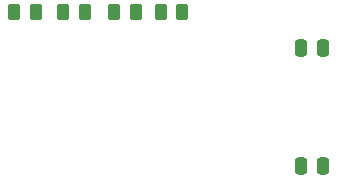
<source format=gbr>
%TF.GenerationSoftware,KiCad,Pcbnew,9.0.3*%
%TF.CreationDate,2025-09-09T09:23:43+09:00*%
%TF.ProjectId,Frekeys,4672656b-6579-4732-9e6b-696361645f70,rev?*%
%TF.SameCoordinates,Original*%
%TF.FileFunction,Paste,Top*%
%TF.FilePolarity,Positive*%
%FSLAX46Y46*%
G04 Gerber Fmt 4.6, Leading zero omitted, Abs format (unit mm)*
G04 Created by KiCad (PCBNEW 9.0.3) date 2025-09-09 09:23:43*
%MOMM*%
%LPD*%
G01*
G04 APERTURE LIST*
G04 Aperture macros list*
%AMRoundRect*
0 Rectangle with rounded corners*
0 $1 Rounding radius*
0 $2 $3 $4 $5 $6 $7 $8 $9 X,Y pos of 4 corners*
0 Add a 4 corners polygon primitive as box body*
4,1,4,$2,$3,$4,$5,$6,$7,$8,$9,$2,$3,0*
0 Add four circle primitives for the rounded corners*
1,1,$1+$1,$2,$3*
1,1,$1+$1,$4,$5*
1,1,$1+$1,$6,$7*
1,1,$1+$1,$8,$9*
0 Add four rect primitives between the rounded corners*
20,1,$1+$1,$2,$3,$4,$5,0*
20,1,$1+$1,$4,$5,$6,$7,0*
20,1,$1+$1,$6,$7,$8,$9,0*
20,1,$1+$1,$8,$9,$2,$3,0*%
G04 Aperture macros list end*
%ADD10RoundRect,0.250000X0.262500X0.450000X-0.262500X0.450000X-0.262500X-0.450000X0.262500X-0.450000X0*%
%ADD11RoundRect,0.250000X-0.262500X-0.450000X0.262500X-0.450000X0.262500X0.450000X-0.262500X0.450000X0*%
%ADD12RoundRect,0.250000X0.250000X0.475000X-0.250000X0.475000X-0.250000X-0.475000X0.250000X-0.475000X0*%
G04 APERTURE END LIST*
D10*
%TO.C,R1*%
X393092500Y-98947920D03*
X391267500Y-98947920D03*
%TD*%
%TO.C,R4*%
X397005000Y-98947920D03*
X395180000Y-98947920D03*
%TD*%
D11*
%TO.C,R2*%
X386942500Y-98947920D03*
X388767500Y-98947920D03*
%TD*%
D12*
%TO.C,C2*%
X408950000Y-102000000D03*
X407050000Y-102000000D03*
%TD*%
D11*
%TO.C,R3*%
X382767500Y-98947920D03*
X384592500Y-98947920D03*
%TD*%
D12*
%TO.C,C1*%
X408950000Y-112000000D03*
X407050000Y-112000000D03*
%TD*%
M02*

</source>
